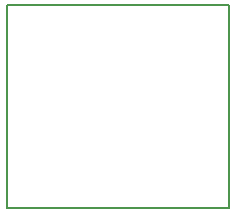
<source format=gko>
%FSLAX24Y24*%
%MOIN*%
G70*
G01*
G75*
G04 Layer_Color=16711935*
%ADD10C,0.0080*%
%ADD11R,0.0200X0.0250*%
%ADD12O,0.0118X0.0335*%
%ADD13O,0.0335X0.0118*%
%ADD14R,0.1457X0.1457*%
%ADD15R,0.0433X0.0472*%
%ADD16R,0.0709X0.0394*%
%ADD17R,0.0250X0.0200*%
%ADD18C,0.0100*%
%ADD19C,0.0060*%
%ADD20C,0.0300*%
%ADD21C,0.0320*%
%ADD22C,0.0240*%
%ADD23C,0.0098*%
%ADD24C,0.0050*%
%ADD25C,0.0079*%
%ADD26C,0.0043*%
%ADD27C,0.0030*%
%ADD28R,0.0280X0.0330*%
%ADD29O,0.0178X0.0395*%
%ADD30O,0.0395X0.0178*%
%ADD31R,0.0513X0.0552*%
%ADD32R,0.0789X0.0474*%
%ADD33R,0.0330X0.0280*%
D19*
X7400Y0D02*
X7400Y6750D01*
X0Y0D02*
X7400Y0D01*
X0Y6750D02*
X7400Y6750D01*
X0Y0D02*
X0Y6750D01*
M02*

</source>
